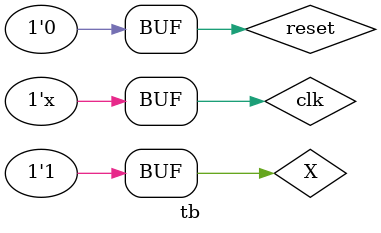
<source format=sv>
module tb;

/*
logic clk, reset;
logic [3:0] vote_inp;
logic warn;
logic [4:0] num_1, num_2, num_3, num_abs;
logic [2:0] decision; 
*/
logic clk, X, reset, Z, S;

/*
ej_1 dut(
.clk(clk),
.reset(reset),
.vote_inp(vote_inp),
.warn(warn),
.num_1(num_1),
.num_2(num_2), 
.num_3(num_3),
.num_abs(num_abs),
.decision(decision)
);
*/
ej_1 dut(
.clk(clk),
.X(X),
.RESET(reset),
.Z(Z),
.S(S)
);

initial begin 
clk = 0;
end

always #5 clk = ~clk;
initial begin
	reset = 1;
	#20;
	reset = 0;
	X = 1;
	#10;
	X = 1;
	#10;
	X = 1;
	#10;
	X = 1;
	#10;
	X = 1;
	#10;
	X = 0;
	#10;
	X = 0;
	#10;
	X = 0;
	#10;
	X = 1;
	#10;
	X = 1;
	#10;
	X = 1;
	#10;
	X = 1;
	#10;
	X = 1;
	#10;
	X = 1;
	#10;
	X = 1;
end

/*
initial begin
	reset = 1;
	vote_inp = 0;
	#20;
	reset = 0;
	vote_inp = 4'b0001;
	#10;
	vote_inp = 4'b0011;
	#10;
	vote_inp = 4'b0010;
	#10;
	vote_inp = 4'b0100;
	#10;
	vote_inp = 4'b1000;
	#10;
	vote_inp = 4'b1000;
	#10;
	vote_inp = 4'b0100;
	#10;
	vote_inp = 4'b0010;
	#10;
	vote_inp = 4'b0100;
	#10;
	vote_inp = 4'b1000;
	#10;
	vote_inp = 4'b0010;
	#10;
	vote_inp = 4'b0100;
	#10;
	vote_inp = 4'b0010;
	#10;
	reset = 1;
end
*/
endmodule 
</source>
